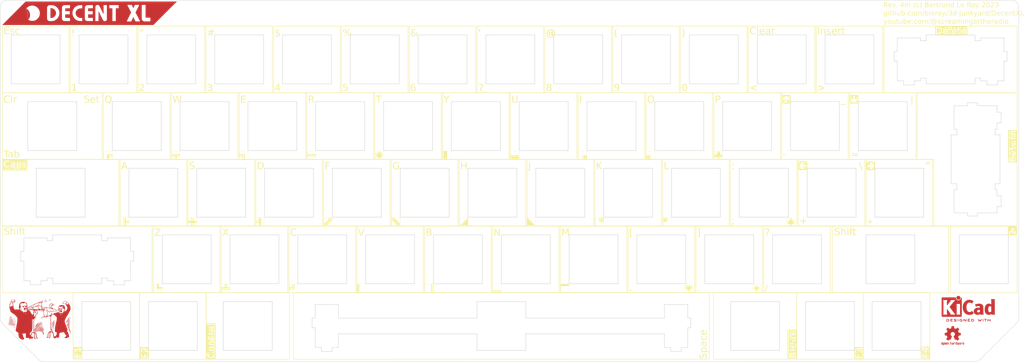
<source format=kicad_pcb>
(kicad_pcb (version 20221018) (generator pcbnew)
  (title_block (title "DecentXL plate") (date "2024-01-04") (rev "4m") (company "Decent Consulting"))
  (layers (0 "F.Cu" signal) (31 "B.Cu" signal) (34 "B.Paste" user) (35 "F.Paste" user) (36 "B.SilkS" user "B.Silkscreen") (37 "F.SilkS" user "F.Silkscreen") (38 "B.Mask" user) (39 "F.Mask" user) (44 "Edge.Cuts" user))
  (net 0 "")
  (footprint "LOGO" (layer "F.Cu") (at 126.597285 84.6636)
    (fp_text reference "G***" hide)
    (fp_text value "LOGO" hide)
  )
  (footprint "DecentXL:MX-1-00U-Hole" (layer "F.Cu") (at 105.507692 95.4)
    (fp_text reference "SWX1" hide)
    (fp_text value "SW_Push_45deg" hide)
    (fp_line (start -7 -7) (end -7 7) (stroke (width 0.12)) (layer "Edge.Cuts"))
    (fp_line (start -7 -7) (end 7 -7) (stroke (width 0.12)) (layer "Edge.Cuts"))
    (fp_line (start -7 7) (end 7 7) (stroke (width 0.12)) (layer "Edge.Cuts"))
    (fp_line (start 7 -7) (end 7 7) (stroke (width 0.12)) (layer "Edge.Cuts"))
  )
  (footprint "DecentXL:MX-1-00U-Hole" (layer "F.Cu") (at 246.550962 57.24)
    (fp_text reference "SWP1" hide)
    (fp_text value "SW_Push_45deg" hide)
    (fp_line (start -7 -7) (end -7 7) (stroke (width 0.12)) (layer "Edge.Cuts"))
    (fp_line (start -7 -7) (end 7 -7) (stroke (width 0.12)) (layer "Edge.Cuts"))
    (fp_line (start -7 7) (end 7 7) (stroke (width 0.12)) (layer "Edge.Cuts"))
    (fp_line (start 7 -7) (end 7 7) (stroke (width 0.12)) (layer "Edge.Cuts"))
  )
  (footprint "DecentXL:MX-1-00U-Hole" (layer "F.Cu") (at 82.153125 114.48)
    (fp_text reference "SWFn2" hide)
    (fp_text value "SW_Push_45deg" hide)
    (fp_line (start -7 -7) (end -7 7) (stroke (width 0.12)) (layer "Edge.Cuts"))
    (fp_line (start -7 -7) (end 7 -7) (stroke (width 0.12)) (layer "Edge.Cuts"))
    (fp_line (start -7 7) (end 7 7) (stroke (width 0.12)) (layer "Edge.Cuts"))
    (fp_line (start 7 -7) (end 7 7) (stroke (width 0.12)) (layer "Edge.Cuts"))
  )
  (footprint "LOGO" (layer "F.Cu") (at 223.679015 84.6636)
    (fp_text reference "G***" hide)
    (fp_text value "LOGO" hide)
  )
  (footprint "DecentXL:MX-1-00U-Hole" (layer "F.Cu") (at 256.442308 38.16)
    (fp_text reference "SWLT1" hide)
    (fp_text value "SW_Push_45deg" hide)
    (fp_line (start -7 -7) (end -7 7) (stroke (width 0.12)) (layer "Edge.Cuts"))
    (fp_line (start -7 -7) (end 7 -7) (stroke (width 0.12)) (layer "Edge.Cuts"))
    (fp_line (start -7 7) (end 7 7) (stroke (width 0.12)) (layer "Edge.Cuts"))
    (fp_line (start 7 -7) (end 7 7) (stroke (width 0.12)) (layer "Edge.Cuts"))
  )
  (footprint "DecentXL:MX-1-00U-Hole" (layer "F.Cu") (at 251.313462 76.32)
    (fp_text reference "SWSemi1" hide)
    (fp_text value "SW_Push_45deg" hide)
    (fp_line (start -7 -7) (end -7 7) (stroke (width 0.12)) (layer "Edge.Cuts"))
    (fp_line (start -7 -7) (end 7 -7) (stroke (width 0.12)) (layer "Edge.Cuts"))
    (fp_line (start -7 7) (end 7 7) (stroke (width 0.12)) (layer "Edge.Cuts"))
    (fp_line (start 7 -7) (end 7 7) (stroke (width 0.12)) (layer "Edge.Cuts"))
  )
  (footprint "DecentXL:MX-1-00U-Hole" (layer "F.Cu") (at 173.648077 76.32)
    (fp_text reference "SWH1" hide)
    (fp_text value "SW_Push_45deg" hide)
    (fp_line (start -7 -7) (end -7 7) (stroke (width 0.12)) (layer "Edge.Cuts"))
    (fp_line (start -7 -7) (end 7 -7) (stroke (width 0.12)) (layer "Edge.Cuts"))
    (fp_line (start -7 7) (end 7 7) (stroke (width 0.12)) (layer "Edge.Cuts"))
    (fp_line (start 7 -7) (end 7 7) (stroke (width 0.12)) (layer "Edge.Cuts"))
  )
  (footprint "DecentXL:MX-1-00U-Hole" (layer "F.Cu") (at 124.924038 95.4)
    (fp_text reference "SWC1" hide)
    (fp_text value "SW_Push_45deg" hide)
    (fp_line (start -7 -7) (end -7 7) (stroke (width 0.12)) (layer "Edge.Cuts"))
    (fp_line (start -7 -7) (end 7 -7) (stroke (width 0.12)) (layer "Edge.Cuts"))
    (fp_line (start -7 7) (end 7 7) (stroke (width 0.12)) (layer "Edge.Cuts"))
    (fp_line (start 7 -7) (end 7 7) (stroke (width 0.12)) (layer "Edge.Cuts"))
  )
  (footprint "Symbol:OSHW-Logo2_7.3x6mm_Copper" (layer "F.Cu") (at 305.42 117.28)
    (fp_text reference "REF**" hide)
    (fp_text value "OSHW-Logo2_7.3x6mm_Copper" hide)
  )
  (footprint "DecentXL:MX-1-00U-Hole" (layer "F.Cu") (at 86.091346 95.4)
    (fp_text reference "SWZ1" hide)
    (fp_text value "SW_Push_45deg" hide)
    (fp_line (start -7 -7) (end -7 7) (stroke (width 0.12)) (layer "Edge.Cuts"))
    (fp_line (start -7 -7) (end 7 -7) (stroke (width 0.12)) (layer "Edge.Cuts"))
    (fp_line (start -7 7) (end 7 7) (stroke (width 0.12)) (layer "Edge.Cuts"))
    (fp_line (start 7 -7) (end 7 7) (stroke (width 0.12)) (layer "Edge.Cuts"))
  )
  (footprint "DecentXL:MX-1-00U-Hole" (layer "F.Cu") (at 260.838462 95.4)
    (fp_text reference "SWSlash1" hide)
    (fp_text value "SW_Push_45deg" hide)
    (fp_line (start -7 -7) (end -7 7) (stroke (width 0.12)) (layer "Edge.Cuts"))
    (fp_line (start -7 -7) (end 7 -7) (stroke (width 0.12)) (layer "Edge.Cuts"))
    (fp_line (start -7 7) (end 7 7) (stroke (width 0.12)) (layer "Edge.Cuts"))
    (fp_line (start 7 -7) (end 7 7) (stroke (width 0.12)) (layer "Edge.Cuts"))
  )
  (footprint "LOGO" (layer "F.Cu") (at 82.964592 65.6136)
    (fp_text reference "G***" hide)
    (fp_text value "LOGO" hide)
  )
  (footprint "DecentXL:MX-1-00U-Hole" (layer "F.Cu") (at 193.064423 76.32)
    (fp_text reference "SWJ1" hide)
    (fp_text value "SW_Push_45deg" hide)
    (fp_line (start -7 -7) (end -7 7) (stroke (width 0.12)) (layer "Edge.Cuts"))
    (fp_line (start -7 -7) (end 7 -7) (stroke (width 0.12)) (layer "Edge.Cuts"))
    (fp_line (start -7 7) (end 7 7) (stroke (width 0.12)) (layer "Edge.Cuts"))
    (fp_line (start 7 -7) (end 7 7) (stroke (width 0.12)) (layer "Edge.Cuts"))
  )
  (footprint "DecentXL:MX-1-00U-Hole" (layer "F.Cu") (at 314.325 95.4)
    (fp_text reference "SWInv1" hide)
    (fp_text value "SW_Push_45deg" hide)
    (fp_line (start -7 -7) (end -7 7) (stroke (width 0.12)) (layer "Edge.Cuts"))
    (fp_line (start -7 -7) (end 7 -7) (stroke (width 0.12)) (layer "Edge.Cuts"))
    (fp_line (start -7 7) (end 7 7) (stroke (width 0.12)) (layer "Edge.Cuts"))
    (fp_line (start 7 -7) (end 7 7) (stroke (width 0.12)) (layer "Edge.Cuts"))
  )
  (footprint "DecentXL:MX-1-00U-Hole" (layer "F.Cu") (at 265.967308 57.24)
    (fp_text reference "SWDash1" hide)
    (fp_text value "SW_Push_45deg" hide)
    (fp_line (start -7 -7) (end -7 7) (stroke (width 0.12)) (layer "Edge.Cuts"))
    (fp_line (start -7 -7) (end 7 -7) (stroke (width 0.12)) (layer "Edge.Cuts"))
    (fp_line (start -7 7) (end 7 7) (stroke (width 0.12)) (layer "Edge.Cuts"))
    (fp_line (start 7 -7) (end 7 7) (stroke (width 0.12)) (layer "Edge.Cuts"))
  )
  (footprint "DecentXL:MX-ISO-RETURN-Hole" (layer "F.Cu") (at 311.94375 66.78)
    (fp_text reference "SWRet1" hide)
    (fp_text value "SWITCH")
    (fp_line (start -7 -7) (end -5.334 -7) (stroke (width 0.12)) (layer "Edge.Cuts"))
    (fp_line (start -7 7) (end -7 -7) (stroke (width 0.12)) (layer "Edge.Cuts"))
    (fp_line (start -7 7) (end -5.334 7) (stroke (width 0.12)) (layer "Edge.Cuts"))
    (fp_line (start -6.1468 -15.33) (end -2.286 -15.33) (stroke (width 0.12)) (layer "Edge.Cuts"))
    (fp_line (start -6.1468 -8.67) (end -6.1468 -15.33) (stroke (width 0.12)) (layer "Edge.Cuts"))
    (fp_line (start -6.1468 -8.67) (end -5.334 -8.67) (stroke (width 0.12)) (layer "Edge.Cuts"))
    (fp_line (start -6.1468 8.67) (end -6.1468 15.33) (stroke (width 0.12)) (layer "Edge.Cuts"))
    (fp_line (start -6.1468 8.67) (end -5.334 8.67) (stroke (width 0.12)) (layer "Edge.Cuts"))
    (fp_line (start -6.1468 15.33) (end -2.286 15.33) (stroke (width 0.12)) (layer "Edge.Cuts"))
    (fp_line (start -5.334 -8.67) (end -5.334 -7) (stroke (width 0.12)) (layer "Edge.Cuts"))
    (fp_line (start -5.334 8.67) (end -5.334 7) (stroke (width 0.12)) (layer "Edge.Cuts"))
    (fp_line (start -2.286 -16.2164) (end 0.508 -16.2164) (stroke (width 0.12)) (layer "Edge.Cuts"))
    (fp_line (start -2.286 -15.33) (end -2.286 -16.2164) (stroke (width 0.12)) (layer "Edge.Cuts"))
    (fp_line (start -2.286 15.33) (end -2.286 16.2164) (stroke (width 0.12)) (layer "Edge.Cuts"))
    (fp_line (start -2.286 16.2164) (end 0.508 16.2164) (stroke (width 0.12)) (layer "Edge.Cuts"))
    (fp_line (start 0.508 -15.33) (end 0.508 -16.2164) (stroke (width 0.12)) (layer "Edge.Cuts"))
    (fp_line (start 0.508 -15.33) (end 6.1468 -15.33) (stroke (width 0.12)) (layer "Edge.Cuts"))
    (fp_line (start 0.508 15.33) (end 0.508 16.2164) (stroke (width 0.12)) (layer "Edge.Cuts"))
    (fp_line (start 0.508 15.33) (end 6.1468 15.33) (stroke (width 0.12)) (layer "Edge.Cuts"))
    (fp_line (start 5.588 -8.67) (end 5.588 -7) (stroke (width 0.12)) (layer "Edge.Cuts"))
    (fp_line (start 5.588 8.67) (end 5.588 7) (stroke (width 0.12)) (layer "Edge.Cuts"))
    (fp_line (start 6.1468 -13.524) (end 6.1468 -15.33) (stroke (width 0.12)) (layer "Edge.Cuts"))
    (fp_line (start 6.1468 -13.524) (end 7.3152 -13.524) (stroke (width 0.12)) (layer "Edge.Cuts"))
    (fp_line (start 6.1468 -10.476) (end 7.3152 -10.476) (stroke (width 0.12)) (layer "Edge.Cuts"))
    (fp_line (start 6.1468 -8.67) (end 5.588 -8.67) (stroke (width 0.12)) (layer "Edge.Cuts"))
    (fp_line (start 6.1468 -8.67) (end 6.1468 -10.476) (stroke (width 0.12)) (layer "Edge.Cuts"))
    (fp_line (start 6.1468 8.67) (end 5.588 8.67) (stroke (width 0.12)) (layer "Edge.Cuts"))
    (fp_line (start 6.1468 8.67) (end 6.1468 10.476) (stroke (width 0.12)) (layer "Edge.Cuts"))
    (fp_line (start 6.1468 10.476) (end 7.3152 10.476) (stroke (width 0.12)) (layer "Edge.Cuts"))
    (fp_line (start 6.1468 13.524) (end 6.1468 15.33) (stroke (width 0.12)) (layer "Edge.Cuts"))
    (fp_line (start 6.1468 13.524) (end 7.3152 13.524) (stroke (width 0.12)) (layer "Edge.Cuts"))
    (fp_line (start 7 -7) (end 5.588 -7) (stroke (width 0.12)) (layer "Edge.Cuts"))
    (fp_line (start 7 7) (end 5.588 7) (stroke (width 0.12)) (layer "Edge.Cuts"))
    (fp_line (start 7 7) (end 7 -7) (stroke (width 0.12)) (layer "Edge.Cuts"))
    (fp_line (start 7.3152 -10.476) (end 7.3152 -13.524) (stroke (width 0.12)) (layer "Edge.Cuts"))
    (fp_line (start 7.3152 10.476) (end 7.3152 13.524) (stroke (width 0.12)) (layer "Edge.Cuts"))
  )
  (footprint "Symbol:KiCad-Logo2_6mm_Copper" (layer "F.Cu") (at 309.8971 108.830634)
    (fp_text reference "REF**" hide)
    (fp_text value "KiCad-Logo2_6mm_Copper" hide)
  )
  (footprint "LOGO" (layer "F.Cu") (at 281.928054 68.6136 90)
    (fp_text reference "G***" hide)
    (fp_text value "LOGO" hide)
  )
  (footprint "DecentXL:MX-1-75U-Hole" (layer "F.Cu") (at 287.581731 95.4)
    (fp_text reference "SWRightSft1" hide)
    (fp_text value "SW_Push_45deg" hide)
    (fp_line (start -7 -7) (end -7 7) (stroke (width 0.12)) (layer "Edge.Cuts"))
    (fp_line (start -7 -7) (end 7 -7) (stroke (width 0.12)) (layer "Edge.Cuts"))
    (fp_line (start -7 7) (end 7 7) (stroke (width 0.12)) (layer "Edge.Cuts"))
    (fp_line (start 7 -7) (end 7 7) (stroke (width 0.12)) (layer "Edge.Cuts"))
  )
  (footprint "DecentXL:MX-1-00U-Hole" (layer "F.Cu") (at 95.982692 76.32)
    (fp_text reference "SWS1" hide)
    (fp_text value "SW_Push_45deg" hide)
    (fp_line (start -7 -7) (end -7 7) (stroke (width 0.12)) (layer "Edge.Cuts"))
    (fp_line (start -7 -7) (end 7 -7) (stroke (width 0.12)) (layer "Edge.Cuts"))
    (fp_line (start -7 7) (end 7 7) (stroke (width 0.12)) (layer "Edge.Cuts"))
    (fp_line (start 7 -7) (end 7 7) (stroke (width 0.12)) (layer "Edge.Cuts"))
  )
  (footprint "LOGO" (layer "F.Cu") (at 180.046323 65.6136)
    (fp_text reference "G***" hide)
    (fp_text value "LOGO" hide)
  )
  (footprint "LOGO" (layer "F.Cu") (at 136.147285 103.6636)
    (fp_text reference "G***" hide)
    (fp_text value "LOGO" hide)
  )
  (footprint "DecentXL:MX-1-50U-Hole" (layer "F.Cu") (at 47.625 57.24)
    (fp_text reference "SWTab1" hide)
    (fp_text value "SW_Push_45deg")
    (fp_line (start -7 -7) (end -7 7) (stroke (width 0.12)) (layer "Edge.Cuts"))
    (fp_line (start -7 -7) (end 7 -7) (stroke (width 0.12)) (layer "Edge.Cuts"))
    (fp_line (start -7 7) (end 7 7) (stroke (width 0.12)) (layer "Edge.Cuts"))
    (fp_line (start 7 -7) (end 7 7) (stroke (width 0.12)) (layer "Edge.Cuts"))
  )
  (footprint "DecentXL:MX-1-00U-Hole" (layer "F.Cu") (at 101.111538 38.16)
    (fp_text reference "SW3" hide)
    (fp_text value "SW_Push_45deg" hide)
    (fp_line (start -7 -7) (end -7 7) (stroke (width 0.12)) (layer "Edge.Cuts"))
    (fp_line (start -7 -7) (end 7 -7) (stroke (width 0.12)) (layer "Edge.Cuts"))
    (fp_line (start -7 7) (end 7 7) (stroke (width 0.12)) (layer "Edge.Cuts"))
    (fp_line (start 7 -7) (end 7 7) (stroke (width 0.12)) (layer "Edge.Cuts"))
  )
  (footprint "DecentXL:MX-1-00U-Hole" (layer "F.Cu") (at 134.815385 76.32)
    (fp_text reference "SWF1" hide)
    (fp_text value "SW_Push_45deg" hide)
    (fp_line (start -7 -7) (end -7 7) (stroke (width 0.12)) (layer "Edge.Cuts"))
    (fp_line (start -7 -7) (end 7 -7) (stroke (width 0.12)) (layer "Edge.Cuts"))
    (fp_line (start -7 7) (end 7 7) (stroke (width 0.12)) (layer "Edge.Cuts"))
    (fp_line (start 7 -7) (end 7 7) (stroke (width 0.12)) (layer "Edge.Cuts"))
  )
  (footprint "LOGO" (layer "F.Cu") (at 257.761708 49.5636 180)
    (fp_text reference "G***" hide)
    (fp_text value "LOGO" hide)
  )
  (footprint "LOGO" (layer "F.Cu") (at 121.847285 65.6136)
    (fp_text reference "G***" hide)
    (fp_text value "LOGO" hide)
  )
  (footprint "LOGO" (layer "F.Cu") (at 63.598246 65.6136)
    (fp_text reference "G***" hide)
    (fp_text value "LOGO" hide)
  )
  (footprint "DecentXL:MX-1-00U-Hole" (layer "F.Cu") (at 168.885577 57.24)
    (fp_text reference "SWY1" hide)
    (fp_text value "SW_Push_45deg" hide)
    (fp_line (start -7 -7) (end -7 7) (stroke (width 0.12)) (layer "Edge.Cuts"))
    (fp_line (start -7 -7) (end 7 -7) (stroke (width 0.12)) (layer "Edge.Cuts"))
    (fp_line (start -7 7) (end 7 7) (stroke (width 0.12)) (layer "Edge.Cuts"))
    (fp_line (start 7 -7) (end 7 7) (stroke (width 0.12)) (layer "Edge.Cuts"))
  )
  (footprint "LOGO" (layer "F.Cu") (at 238.345362 65.6136)
    (fp_text reference "G***" hide)
    (fp_text value "LOGO" hide)
  )
  (footprint "DecentXL:MX-1-00U-Hole" (layer "F.Cu") (at 130.052885 57.24)
    (fp_text reference "SWR1" hide)
    (fp_text value "SW_Push_45deg" hide)
    (fp_line (start -7 -7) (end -7 7) (stroke (width 0.12)) (layer "Edge.Cuts"))
    (fp_line (start -7 -7) (end 7 -7) (stroke (width 0.12)) (layer "Edge.Cuts"))
    (fp_line (start -7 7) (end 7 7) (stroke (width 0.12)) (layer "Edge.Cuts"))
    (fp_line (start 7 -7) (end 7 7) (stroke (width 0.12)) (layer "Edge.Cuts"))
  )
  (footprint "DecentXL:MX-1-25U-Hole" (layer "F.Cu") (at 103.584375 114.48)
    (fp_text reference "SWCtl1" hide)
    (fp_text value "SW_Push_45deg" hide)
    (fp_line (start -7 -7) (end -7 7) (stroke (width 0.12)) (layer "Edge.Cuts"))
    (fp_line (start -7 -7) (end 7 -7) (stroke (width 0.12)) (layer "Edge.Cuts"))
    (fp_line (start -7 7) (end 7 7) (stroke (width 0.12)) (layer "Edge.Cuts"))
    (fp_line (start 7 -7) (end 7 7) (stroke (width 0.12)) (layer "Edge.Cuts"))
  )
  (footprint "LOGO" (layer "F.Cu") (at 259.095362 84.6636)
    (fp_text reference "G***" hide)
    (fp_text value "LOGO" hide)
  )
  (footprint "LOGO" (layer "F.Cu") (at 249.229015 103.6636)
    (fp_text reference "G***" hide)
    (fp_text value "LOGO" hide)
  )
  (footprint "LOGO" (layer "F.Cu") (at 204.262669 84.6636)
    (fp_text reference "G***" hide)
    (fp_text value "LOGO" hide)
  )
  (footprint "LOGO" (layer "F.Cu") (at 160.629977 65.6136)
    (fp_text reference "G***" hide)
    (fp_text value "LOGO" hide)
  )
  (footprint "DecentXL:MX-1-00U-Hole" (layer "F.Cu") (at 115.399038 76.32)
    (fp_text reference "SWD1" hide)
    (fp_text value "SW_Push_45deg" hide)
    (fp_line (start -7 -7) (end -7 7) (stroke (width 0.12)) (layer "Edge.Cuts"))
    (fp_line (start -7 -7) (end 7 -7) (stroke (width 0.12)) (layer "Edge.Cuts"))
    (fp_line (start -7 7) (end 7 7) (stroke (width 0.12)) (layer "Edge.Cuts"))
    (fp_line (start 7 -7) (end 7 7) (stroke (width 0.12)) (layer "Edge.Cuts"))
  )
  (footprint "DecentXL:MX-1-00U-Hole" (layer "F.Cu") (at 91.220192 57.24)
    (fp_text reference "SWW1" hide)
    (fp_text value "SW_Push_45deg" hide)
    (fp_line (start -7 -7) (end -7 7) (stroke (width 0.12)) (layer "Edge.Cuts"))
    (fp_line (start -7 -7) (end 7 -7) (stroke (width 0.12)) (layer "Edge.Cuts"))
    (fp_line (start -7 7) (end 7 7) (stroke (width 0.12)) (layer "Edge.Cuts"))
    (fp_line (start 7 -7) (end 7 7) (stroke (width 0.12)) (layer "Edge.Cuts"))
  )
  (footprint "LOGO" (layer "F.Cu") (at 184.81 84.59)
    (fp_text reference "G***" hide)
    (fp_text value "LOGO" hide)
  )
  (footprint "LOGO" (layer "F.Cu") (at 174.929977 103.6636)
    (fp_text reference "G***" hide)
    (fp_text value "LOGO" hide)
  )
  (footprint "LOGO" (layer "F.Cu") (at 218.929015 65.6136)
    (fp_text reference "G***" hide)
    (fp_text value "LOGO" hide)
  )
  (footprint "LOGO" (layer "F.Cu") (at 155.513631 103.7136)
    (fp_text reference "G***" hide)
    (fp_text value "LOGO" hide)
  )
  (footprint "DecentXL:MX-1-00U-Hole" (layer "F.Cu") (at 188.301923 57.24)
    (fp_text reference "SWU1" hide)
    (fp_text value "SW_Push_45deg" hide)
    (fp_line (start -7 -7) (end -7 7) (stroke (width 0.12)) (layer "Edge.Cuts"))
    (fp_line (start -7 -7) (end 7 -7) (stroke (width 0.12)) (layer "Edge.Cuts"))
    (fp_line (start -7 7) (end 7 7) (stroke (width 0.12)) (layer "Edge.Cuts"))
    (fp_line (start 7 -7) (end 7 7) (stroke (width 0.12)) (layer "Edge.Cuts"))
  )
  (footprint "DecentXL:MX-1-00U-Hole" (layer "F.Cu") (at 159.360577 38.16)
    (fp_text reference "SW6" hide)
    (fp_text value "SW_Push_45deg" hide)
    (fp_line (start -7 -7) (end -7 7) (stroke (width 0.12)) (layer "Edge.Cuts"))
    (fp_line (start -7 -7) (end 7 -7) (stroke (width 0.12)) (layer "Edge.Cuts"))
    (fp_line (start -7 7) (end 7 7) (stroke (width 0.12)) (layer "Edge.Cuts"))
    (fp_line (start 7 -7) (end 7 7) (stroke (width 0.12)) (layer "Edge.Cuts"))
  )
  (footprint "DecentXL:MX-1-00U-Hole" (layer "F.Cu") (at 227.134615 57.24)
    (fp_text reference "SWO1" hide)
    (fp_text value "SW_Push_45deg" hide)
    (fp_line (start -7 -7) (end -7 7) (stroke (width 0.12)) (layer "Edge.Cuts"))
    (fp_line (start -7 -7) (end 7 -7) (stroke (width 0.12)) (layer "Edge.Cuts"))
    (fp_line (start -7 7) (end 7 7) (stroke (width 0.12)) (layer "Edge.Cuts"))
    (fp_line (start 7 -7) (end 7 7) (stroke (width 0.12)) (layer "Edge.Cuts"))
  )
  (footprint "LOGO" (layer "F.Cu") (at 194.396323 103.6636)
    (fp_text reference "G***" hide)
    (fp_text value "LOGO" hide)
  )
  (footprint "DecentXL:MX-1-00U-Hole" (layer "F.Cu") (at 42.8625 38.16)
    (fp_text reference "SWEsc1" hide)
    (fp_text value "SW_Push_45deg")
    (fp_line (start -7 -7) (end -7 7) (stroke (width 0.12)) (layer "Edge.Cuts"))
    (fp_line (start -7 -7) (end 7 -7) (stroke (width 0.12)) (layer "Edge.Cuts"))
    (fp_line (start -7 7) (end 7 7) (stroke (width 0.12)) (layer "Edge.Cuts"))
    (fp_line (start 7 -7) (end 7 7) (stroke (width 0.12)) (layer "Edge.Cuts"))
  )
  (footprint "DecentXL:MX-1-00U-Hole" (layer "F.Cu") (at 270.729808 76.32)
    (fp_text reference "SWPlus1" hide)
    (fp_text value "SW_Push_45deg" hide)
    (fp_line (start -7 -7) (end -7 7) (stroke (width 0.12)) (layer "Edge.Cuts"))
    (fp_line (start -7 -7) (end 7 -7) (stroke (width 0.12)) (layer "Edge.Cuts"))
    (fp_line (start -7 7) (end 7 7) (stroke (width 0.12)) (layer "Edge.Cuts"))
    (fp_line (start 7 -7) (end 7 7) (stroke (width 0.12)) (layer "Edge.Cuts"))
  )
  (footprint "DecentXL:MX-1-00U-Hole" (layer "F.Cu") (at 198.193269 38.16)
    (fp_text reference "SW8" hide)
    (fp_text value "SW_Push_45deg" hide)
    (fp_line (start -7 -7) (end -7 7) (stroke (width 0.12)) (layer "Edge.Cuts"))
    (fp_line (start -7 -7) (end 7 -7) (stroke (width 0.12)) (layer "Edge.Cuts"))
    (fp_line (start -7 7) (end 7 7) (stroke (width 0.12)) (layer "Edge.Cuts"))
    (fp_line (start 7 -7) (end 7 7) (stroke (width 0.12)) (layer "Edge.Cuts"))
  )
  (footprint "DecentXL:MX-1-00U-Hole" (layer "F.Cu") (at 178.776923 38.16)
    (fp_text reference "SW7" hide)
    (fp_text value "SW_Push_45deg" hide)
    (fp_line (start -7 -7) (end -7 7) (stroke (width 0.12)) (layer "Edge.Cuts"))
    (fp_line (start -7 -7) (end 7 -7) (stroke (width 0.12)) (layer "Edge.Cuts"))
    (fp_line (start -7 7) (end 7 7) (stroke (width 0.12)) (layer "Edge.Cuts"))
    (fp_line (start 7 -7) (end 7 7) (stroke (width 0.12)) (layer "Edge.Cuts"))
  )
  (footprint "DecentXL:MX-1-00U-Hole" (layer "F.Cu") (at 71.803846 57.24)
    (fp_text reference "SWQ1" hide)
    (fp_text value "SW_Push_45deg" hide)
    (fp_line (start -7 -7) (end -7 7) (stroke (width 0.12)) (layer "Edge.Cuts"))
    (fp_line (start -7 -7) (end 7 -7) (stroke (width 0.12)) (layer "Edge.Cuts"))
    (fp_line (start -7 7) (end 7 7) (stroke (width 0.12)) (layer "Edge.Cuts"))
    (fp_line (start 7 -7) (end 7 7) (stroke (width 0.12)) (layer "Edge.Cuts"))
  )
  (footprint "DecentXL:MX-1-75U-Hole" (layer "F.Cu") (at 50.00625 76.32)
    (fp_text reference "SWCtlCaps1" hide)
    (fp_text value "SW_Push_45deg" hide)
    (fp_line (start -7 -7) (end -7 7) (stroke (width 0.12)) (layer "Edge.Cuts"))
    (fp_line (start -7 -7) (end 7 -7) (stroke (width 0.12)) (layer "Edge.Cuts"))
    (fp_line (start -7 7) (end 7 7) (stroke (width 0.12)) (layer "Edge.Cuts"))
    (fp_line (start 7 -7) (end 7 7) (stroke (width 0.12)) (layer "Edge.Cuts"))
  )
  (footprint "LOGO" (layer "F.Cu") (at 97.264592 103.7136)
    (fp_text reference "G***" hide)
    (fp_text value "LOGO" hide)
  )
  (footprint "DecentXL:MX-2-25U-Hole" (layer "F.Cu") (at 54.76875 95.4)
    (fp_text reference "SWLeftSft1" hide)
    (fp_text value "SW_Push_45deg" hide)
    (fp_line (start -16.1544 -2.286) (end -16.1544 0.508) (stroke (width 0.12)) (layer "Edge.Cuts"))
    (fp_line (start -15.268 -6.1468) (end -15.268 -2.286) (stroke (width 0.12)) (layer "Edge.Cuts"))
    (fp_line (start -15.268 -2.286) (end -16.1544 -2.286) (stroke (width 0.12)) (layer "Edge.Cuts"))
    (fp_line (start -15.268 0.508) (end -16.1544 0.508) (stroke (width 0.12)) (layer "Edge.Cuts"))
    (fp_line (start -15.268 0.508) (end -15.268 6.1468) (stroke (width 0.12)) (layer "Edge.Cuts"))
    (fp_line (start -13.462 6.1468) (end -15.268 6.1468) (stroke (width 0.12)) (layer "Edge.Cuts"))
    (fp_line (start -13.462 6.1468) (end -13.462 7.3152) (stroke (width 0.12)) (layer "Edge.Cuts"))
    (fp_line (start -10.414 6.1468) (end -10.414 7.3152) (stroke (width 0.12)) (layer "Edge.Cuts"))
    (fp_line (start -10.414 7.3152) (end -13.462 7.3152) (stroke (width 0.12)) (layer "Edge.Cuts"))
    (fp_line (start -8.6132 -6.1468) (end -15.268 -6.1468) (stroke (width 0.12)) (layer "Edge.Cuts"))
    (fp_line (start -8.6132 -6.1468) (end -8.6132 -5.334) (stroke (width 0.12)) (layer "Edge.Cuts"))
    (fp_line (start -8.6132 -5.334) (end -7 -5.334) (stroke (width 0.12)) (layer "Edge.Cuts"))
    (fp_line (start -8.6132 5.3594) (end -7 5.3594) (stroke (width 0.12)) (layer "Edge.Cuts"))
    (fp_line (start -8.6132 6.1468) (end -10.414 6.1468) (stroke (width 0.12)) (layer "Edge.Cuts"))
    (fp_line (start -8.6132 6.1468) (end -8.6132 5.3594) (stroke (width 0.12)) (layer "Edge.Cuts"))
    (fp_line (start -7 -7) (end -7 -5.334) (stroke (width 0.12)) (layer "Edge.Cuts"))
    (fp_line (start -7 -7) (end 7 -7) (stroke (width 0.12)) (layer "Edge.Cuts"))
    (fp_line (start -7 7) (end -7 5.3594) (stroke (width 0.12)) (layer "Edge.Cuts"))
    (fp_line (start -7 7) (end 7 7) (stroke (width 0.12)) (layer "Edge.Cuts"))
    (fp_line (start 7 -7) (end 7 -5.334) (stroke (width 0.12)) (layer "Edge.Cuts"))
    (fp_line (start 7 7) (end 7 5.3594) (stroke (width 0.12)) (layer "Edge.Cuts"))
    (fp_line (start 8.6132 -6.1468) (end 8.6132 -5.334) (stroke (width 0.12)) (layer "Edge.Cuts"))
    (fp_line (start 8.6132 -6.1468) (end 15.268 -6.1468) (stroke (width 0.12)) (layer "Edge.Cuts"))
    (fp_line (start 8.6132 -5.334) (end 7 -5.334) (stroke (width 0.12)) (layer "Edge.Cuts"))
    (fp_line (start 8.6132 5.3594) (end 7 5.3594) (stroke (width 0.12)) (layer "Edge.Cuts"))
    (fp_line (start 8.6132 6.1468) (end 8.6132 5.3594) (stroke (width 0.12)) (layer "Edge.Cuts"))
    (fp_line (start 8.6132 6.1468) (end 10.414 6.1468) (stroke (width 0.12)) (layer "Edge.Cuts"))
    (fp_line (start 10.414 6.1468) (end 10.414 7.3152) (stroke (width 0.12)) (layer "Edge.Cuts"))
    (fp_line (start 10.414 7.3152) (end 13.462 7.3152) (stroke (width 0.12)) (layer "Edge.Cuts"))
    (fp_line (start 13.462 6.1468) (end 13.462 7.3152) (stroke (width 0.12)) (layer "Edge.Cuts"))
    (fp_line (start 13.462 6.1468) (end 15.268 6.1468) (stroke (width 0.12)) (layer "Edge.Cuts"))
    (fp_line (start 15.268 -6.1468) (end 15.268 -2.286) (stroke (width 0.12)) (layer "Edge.Cuts"))
    (fp_line (start 15.268 -2.286) (end 16.1544 -2.286) (stroke (width 0.12)) (layer "Edge.Cuts"))
    (fp_line (start 15.268 0.508) (end 15.268 6.1468) (stroke (width 0.12)) (layer "Edge.Cuts"))
    (fp_line (start 15.268 0.508) (end 16.1544 0.508) (stroke (width 0.12)) (layer "Edge.Cuts"))
    (fp_line (start 16.1544 -2.286) (end 16.1544 0.508) (stroke (width 0.12)) (layer "Edge.Cuts"))
  )
  (footprint "LOGO" (layer "F.Cu") (at 68.348246 84.6136)
    (fp_text reference "G***" hide)
    (fp_text value "LOGO" hide)
  )
  (footprint "DecentXL:MX-1-00U-Hole" (layer "F.Cu") (at 63.103125 114.48)
    (fp_text reference "SWFn1" hide)
    (fp_text value "SW_Push_45deg" hide)
    (fp_line (start -7 -7) (end -7 7) (stroke (width 0.12)) (layer "Edge.Cuts"))
    (fp_line (start -7 -7) (end 7 -7) (stroke (width 0.12)) (layer "Edge.Cuts"))
    (fp_line (start -7 7) (end 7 7) (stroke (width 0.12)) (layer "Edge.Cuts"))
    (fp_line (start 7 -7) (end 7 7) (stroke (width 0.12)) (layer "Edge.Cuts"))
  )
  (footprint "DecentXL:MX-1-00U-Hole" (layer "F.Cu") (at 289.321875 114.48)
    (fp_text reference "SWFn4" hide)
    (fp_text value "SW_Push_45deg" hide)
    (fp_line (start -7 -7) (end -7 7) (stroke (width 0.12)) (layer "Edge.Cuts"))
    (fp_line (start -7 -7) (end 7 -7) (stroke (width 0.12)) (layer "Edge.Cuts"))
    (fp_line (start -7 7) (end 7 7) (stroke (width 0.12)) (layer "Edge.Cuts"))
    (fp_line (start 7 -7) (end 7 7) (stroke (width 0.12)) (layer "Edge.Cuts"))
  )
  (footprint "DecentXL:MX-1-00U-Hole" (layer "F.Cu") (at 217.609615 38.16)
    (fp_text reference "SW9" hide)
    (fp_text value "SW_Push_45deg" hide)
    (fp_line (start -7 -7) (end -7 7) (stroke (width 0.12)) (layer "Edge.Cuts"))
    (fp_line (start -7 -7) (end 7 -7) (stroke (width 0.12)) (layer "Edge.Cuts"))
    (fp_line (start -7 7) (end 7 7) (stroke (width 0.12)) (layer "Edge.Cuts"))
    (fp_line (start 7 -7) (end 7 7) (stroke (width 0.12)) (layer "Edge.Cuts"))
  )
  (footprint "DecentXL:MX-1-00U-Hole" (layer "F.Cu") (at 183.173077 95.4)
    (fp_text reference "SWN1" hide)
    (fp_text value "SW_Push_45deg" hide)
    (fp_line (start -7 -7) (end -7 7) (stroke (width 0.12)) (layer "Edge.Cuts"))
    (fp_line (start -7 -7) (end 7 -7) (stroke (width 0.12)) (layer "Edge.Cuts"))
    (fp_line (start -7 7) (end 7 7) (stroke (width 0.12)) (layer "Edge.Cuts"))
    (fp_line (start 7 -7) (end 7 7) (stroke (width 0.12)) (layer "Edge.Cuts"))
  )
  (footprint "LOGO" (layer "F.Cu") (at 199.462669 65.6136)
    (fp_text reference "G***" hide)
    (fp_text value "LOGO" hide)
  )
  (footprint "LOGO" (layer "F.Cu") (at 277.128054 49.5636)
    (fp_text reference "G***" hide)
    (fp_text value "LOGO" hide)
  )
  (footprint "LOGO" (layer "F.Cu") (at 58.304586 24.925786)
    (fp_text reference "G***" hide)
    (fp_text value "LOGO" hide)
  )
  (footprint "LOGO" (layer "F.Cu") (at 77.848246 103.6636)
    (fp_text reference "G***" hide)
    (fp_text value "LOGO" hide)
  )
  (footprint "DecentXL:MX-1-00U-Hole" (layer "F.Cu") (at 154.231731 76.32)
    (fp_text reference "SWG1" hide)
    (fp_text value "SW_Push_45deg" hide)
    (fp_line (start -7 -7) (end -7 7) (stroke (width 0.12)) (layer "Edge.Cuts"))
    (fp_line (start -7 -7) (end 7 -7) (stroke (width 0.12)) (layer "Edge.Cuts"))
    (fp_line (start -7 7) (end 7 7) (stroke (width 0.12)) (layer "Edge.Cuts"))
    (fp_line (start 7 -7) (end 7 7) (stroke (width 0.12)) (layer "Edge.Cuts"))
  )
  (footprint "DecentXL:MX-1-00U-Hole" (layer "F.Cu") (at 290.146154 76.32)
    (fp_text reference "SWStar1" hide)
    (fp_text value "SW_Push_45deg" hide)
    (fp_line (start -7 -7) (end -7 7) (stroke (width 0.12)) (layer "Edge.Cuts"))
    (fp_line (start -7 -7) (end 7 -7) (stroke (width 0.12)) (layer "Edge.Cuts"))
    (fp_line (start -7 7) (end 7 7) (stroke (width 0.12)) (layer "Edge.Cuts"))
    (fp_line (start 7 -7) (end 7 7) (stroke (width 0.12)) (layer "Edge.Cuts"))
  )
  (footprint "LOGO" (layer "F.Cu") (at 146.013631 84.6136)
    (fp_text reference "G***" hide)
    (fp_text value "LOGO" hide)
  )
  (footprint "DecentXL:MX-1-00U-Hole" (layer "F.Cu") (at 76.566346 76.32)
    (fp_text reference "SWA1" hide)
    (fp_text value "SW_Push_45deg" hide)
    (fp_line (start -7 -7) (end -7 7) (stroke (width 0.12)) (layer "Edge.Cuts"))
    (fp_line (start -7 -7) (end 7 -7) (stroke (width 0.12)) (layer "Edge.Cuts"))
    (fp_line (start -7 7) (end 7 7) (stroke (width 0.12)) (layer "Edge.Cuts"))
    (fp_line (start 7 -7) (end 7 7) (stroke (width 0.12)) (layer "Edge.Cuts"))
  )
  (footprint "DecentXL:MX-1-00U-Hole" (layer "F.Cu") (at 212.480769 76.32)
    (fp_text reference "SWK1" hide)
    (fp_text value "SW_Push_45deg" hide)
    (fp_line (start -7 -7) (end -7 7) (stroke (width 0.12)) (layer "Edge.Cuts"))
    (fp_line (start -7 -7) (end 7 -7) (stroke (width 0.12)) (layer "Edge.Cuts"))
    (fp_line (start -7 7) (end 7 7) (stroke (width 0.12)) (layer "Edge.Cuts"))
    (fp_line (start 7 -7) (end 7 7) (stroke (width 0.12)) (layer "Edge.Cuts"))
  )
  (footprint "DecentXL:MX-1-00U-Hole" (layer "F.Cu") (at 231.897115 76.32)
    (fp_text reference "SWL1" hide)
    (fp_text value "SW_Push_45deg" hide)
    (fp_line (start -7 -7) (end -7 7) (stroke (width 0.12)) (layer "Edge.Cuts"))
    (fp_line (start -7 -7) (end 7 -7) (stroke (width 0.12)) (layer "Edge.Cuts"))
    (fp_line (start -7 7) (end 7 7) (stroke (width 0.12)) (layer "Edge.Cuts"))
    (fp_line (start 7 -7) (end 7 7) (stroke (width 0.12)) (layer "Edge.Cuts"))
  )
  (footprint "DecentXL:MX-1-00U-Hole" (layer "F.Cu") (at 144.340385 95.4)
    (fp_text reference "SWV1" hide)
    (fp_text value "SW_Push_45deg" hide)
    (fp_line (start -7 -7) (end -7 7) (stroke (width 0.12)) (layer "Edge.Cuts"))
    (fp_line (start -7 -7) (end 7 -7) (stroke (width 0.12)) (layer "Edge.Cuts"))
    (fp_line (start -7 7) (end 7 7) (stroke (width 0.12)) (layer "Edge.Cuts"))
    (fp_line (start 7 -7) (end 7 7) (stroke (width 0.12)) (layer "Edge.Cuts"))
  )
  (footprint "DecentXL:MX-1-00U-Hole" (layer "F.Cu") (at 275.858654 38.16)
    (fp_text reference "SWGT1" hide)
    (fp_text value "SW_Push_45deg" hide)
    (fp_line (start -7 -7) (end -7 7) (stroke (width 0.12)) (layer "Edge.Cuts"))
    (fp_line (start -7 -7) (end 7 -7) (stroke (width 0.12)) (layer "Edge.Cuts"))
    (fp_line (start -7 7) (end 7 7) (stroke (width 0.12)) (layer "Edge.Cuts"))
    (fp_line (start 7 -7) (end 7 7) (stroke (width 0.12)) (layer "Edge.Cuts"))
  )
  (footprint "DecentXL:MX-1-00U-Hole" (layer "F.Cu") (at 207.718269 57.24)
    (fp_text reference "SWI1" hide)
    (fp_text value "SW_Push_45deg" hide)
    (fp_line (start -7 -7) (end -7 7) (stroke (width 0.12)) (layer "Edge.Cuts"))
    (fp_line (start -7 -7) (end 7 -7) (stroke (width 0.12)) (layer "Edge.Cuts"))
    (fp_line (start -7 7) (end 7 7) (stroke (width 0.12)) (layer "Edge.Cuts"))
    (fp_line (start 7 -7) (end 7 7) (stroke (width 0.12)) (layer "Edge.Cuts"))
  )
  (footprint "DecentXL:MX-1-00U-Hole" (layer "F.Cu") (at 110.636538 57.24)
    (fp_text reference "SWE1" hide)
    (fp_text value "SW_Push_45deg" hide)
    (fp_line (start -7 -7) (end -7 7) (stroke (width 0.12)) (layer "Edge.Cuts"))
    (fp_line (start -7 -7) (end 7 -7) (stroke (width 0.12)) (layer "Edge.Cuts"))
    (fp_line (start -7 7) (end 7 7) (stroke (width 0.12)) (layer "Edge.Cuts"))
    (fp_line (start 7 -7) (end 7 7) (stroke (width 0.12)) (layer "Edge.Cuts"))
  )
  (footprint "DecentXL:MX-1-00U-Hole" (layer "F.Cu") (at 237.025962 38.16)
    (fp_text reference "SW0" hide)
    (fp_text value "SW_Push_45deg" hide)
    (fp_line (start -7 -7) (end -7 7) (stroke (width 0.12)) (layer "Edge.Cuts"))
    (fp_line (start -7 -7) (end 7 -7) (stroke (width 0.12)) (layer "Edge.Cuts"))
    (fp_line (start -7 7) (end 7 7) (stroke (width 0.12)) (layer "Edge.Cuts"))
    (fp_line (start 7 -7) (end 7 7) (stroke (width 0.12)) (layer "Edge.Cuts"))
  )
  (footprint "DecentXL:MX-6-25U-Hole" (layer "F.Cu") (at 176.2125 114.48)
    (fp_text reference "SWSpc1" hide)
    (fp_text value "SW_Push_45deg" hide)
    (fp_line (start -54.2164 -2.286) (end -54.2164 0.508) (stroke (width 0.12)) (layer "Edge.Cuts"))
    (fp_line (start -53.33 -6.1468) (end -53.33 -2.286) (stroke (width 0.12)) (layer "Edge.Cuts"))
    (fp_line (start -53.33 -2.286) (end -54.2164 -2.286) (stroke (width 0.12)) (layer "Edge.Cuts"))
    (fp_line (start -53.33 0.508) (end -54.2164 0.508) (stroke (width 0.12)) (layer "Edge.Cuts"))
    (fp_line (start -53.33 0.508) (end -53.33 6.1468) (stroke (width 0.12)) (layer "Edge.Cuts"))
    (fp_line (start -51.524 6.1468) (end -53.33 6.1468) (stroke (width 0.12)) (layer "Edge.Cuts"))
    (fp_line (start -51.524 6.1468) (end -51.524 7.3152) (stroke (width 0.12)) (layer "Edge.Cuts"))
    (fp_line (start -48.476 6.1468) (end -48.476 7.3152) (stroke (width 0.12)) (layer "Edge.Cuts"))
    (fp_line (start -48.476 7.3152) (end -51.524 7.3152) (stroke (width 0.12)) (layer "Edge.Cuts"))
    (fp_line (start -46.6726 -6.1468) (end -53.3274 -6.1468) (stroke (width 0.12)) (layer "Edge.Cuts"))
    (fp_line (start -46.6726 -6.1468) (end -46.6726 -2.25) (stroke (width 0.12)) (layer "Edge.Cuts"))
    (fp_line (start -46.6726 -2.25) (end -7 -2.25) (stroke (width 0.12)) (layer "Edge.Cuts"))
    (fp_line (start -46.6726 2.25) (end -7 2.25) (stroke (width 0.12)) (layer "Edge.Cuts"))
    (fp_line (start -46.6726 6.1468) (end -48.4786 6.1468) (stroke (width 0.12)) (layer "Edge.Cuts"))
    (fp_line (start -46.6726 6.1468) (end -46.6726 2.25) (stroke (width 0.12)) (layer "Edge.Cuts"))
    (fp_line (start -7 -7) (end -7 -2.25) (stroke (width 0.12)) (layer "Edge.Cuts"))
    (fp_line (start -7 -7) (end 7 -7) (stroke (width 0.12)) (layer "Edge.Cuts"))
    (fp_line (start -7 7) (end -7 2.25) (stroke (width 0.12)) (layer "Edge.Cuts"))
    (fp_line (start -7 7) (end 7 7) (stroke (width 0.12)) (layer "Edge.Cuts"))
    (fp_line (start 7 -7) (end 7 -2.25) (stroke (width 0.12)) (layer "Edge.Cuts"))
    (fp_line (start 7 7) (end 7 2.25) (stroke (width 0.12)) (layer "Edge.Cuts"))
    (fp_line (start 46.67 -6.1468) (end 46.67 -2.25) (stroke (width 0.12)) (layer "Edge.Cuts"))
    (fp_line (start 46.67 -2.25) (end 7 -2.25) (stroke (width 0.12)) (layer "Edge.Cuts"))
    (fp_line (start 46.67 2.25) (end 7 2.25) (stroke (width 0.12)) (layer "Edge.Cuts"))
    (fp_line (start 46.67 6.1468) (end 46.67 2.25) (stroke (width 0.12)) (layer "Edge.Cuts"))
    (fp_line (start 46.67 6.1468) (end 48.476 6.1468) (stroke (width 0.12)) (layer "Edge.Cuts"))
    (fp_line (start 46.6726 -6.1468) (end 53.3274 -6.1468) (stroke (width 0.12)) (layer "Edge.Cuts"))
    (fp_line (start 48.476 6.1468) (end 48.476 7.3152) (stroke (width 0.12)) (layer "Edge.Cuts"))
    (fp_line (start 48.476 7.3152) (end 51.5214 7.3152) (stroke (width 0.12)) (layer "Edge.Cuts"))
    (fp_line (start 51.5214 6.1468) (end 51.5214 7.3152) (stroke (width 0.12)) (layer "Edge.Cuts"))
    (fp_line (start 51.5214 6.1468) (end 53.3274 6.1468) (stroke (width 0.12)) (layer "Edge.Cuts"))
    (fp_line (start 53.3274 -6.1468) (end 53.3274 -2.286) (stroke (width 0.12)) (layer "Edge.Cuts"))
    (fp_line (start 53.3274 -2.286) (end 54.2138 -2.286) (stroke (width 0.12)) (layer "Edge.Cuts"))
    (fp_line (start 53.3274 0.508) (end 53.3274 6.1468) (stroke (width 0.12)) (layer "Edge.Cuts"))
    (fp_line (start 53.3274 0.508) (end 54.2138 0.508) (stroke (width 0.12)) (layer "Edge.Cuts"))
    (fp_line (start 54.2138 -2.286) (end 54.2138 0.508) (stroke (width 0.12)) (layer "Edge.Cuts"))
  )
  (footprint "DecentXL:MX-1-00U-Hole" (layer "F.Cu") (at 163.756731 95.4)
    (fp_text reference "SWB1" hide)
    (fp_text value "SW_Push_45deg" hide)
    (fp_line (start -7 -7) (end -7 7) (stroke (width 0.12)) (layer "Edge.Cuts"))
    (fp_line (start -7 -7) (end 7 -7) (stroke (width 0.12)) (layer "Edge.Cuts"))
    (fp_line (start -7 7) (end 7 7) (stroke (width 0.12)) (layer "Edge.Cuts"))
    (fp_line (start 7 -7) (end 7 7) (stroke (width 0.12)) (layer "Edge.Cuts"))
  )
  (footprint "MountingHole:MountingHole_2.2mm_M2" (layer "F.Cu") (at 87.1326 24.3678)
    (fp_text reference "REF**" hide)
    (fp_text value "MountingHole_2.2mm_M2" hide)
  )
  (footprint "DecentXL:MX-1-00U-Hole" (layer "F.Cu") (at 241.422115 95.4)
    (fp_text reference "SWPeriod1" hide)
    (fp_text value "SW_Push_45deg" hide)
    (fp_line (start -7 -7) (end -7 7) (stroke (width 0.12)) (layer "Edge.Cuts"))
    (fp_line (start -7 -7) (end 7 -7) (stroke (width 0.12)) (layer "Edge.Cuts"))
    (fp_line (start -7 7) (end 7 7) (stroke (width 0.12)) (layer "Edge.Cuts"))
    (fp_line (start 7 -7) (end 7 7) (stroke (width 0.12)) (layer "Edge.Cuts"))
  )
  (footprint "LOGO" (layer "F.Cu") (at 322.46 87.25)
    (fp_text reference "G***" hide)
    (fp_text value "LOGO" hide)
  )
  (footprint "LOGO" (layer "F.Cu") (at 165.429977 84.6136)
    (fp_text reference "G***" hide)
    (fp_text value "LOGO" hide)
  )
  (footprint "DecentXL:MX-1-00U-Hole" (layer "F.Cu") (at 139.944231 38.16)
    (fp_text reference "SW5" hide)
    (fp_text value "SW_Push_45deg" hide)
    (fp_line (start -7 -7) (end -7 7) (stroke (width 0.12)) (layer "Edge.Cuts"))
    (fp_line (start -7 -7) (end 7 -7) (stroke (width 0.12)) (layer "Edge.Cuts"))
    (fp_line (start -7 7) (end 7 7) (stroke (width 0.12)) (layer "Edge.Cuts"))
    (fp_line (start 7 -7) (end 7 7) (stroke (width 0.12)) (layer "Edge.Cuts"))
  )
  (footprint "DecentXL:MX-1-00U-Hole" (layer "F.Cu") (at 120.527885 38.16)
    (fp_text reference "SW4" hide)
    (fp_text value "SW_Push_45deg" hide)
    (fp_line (start -7 -7) (end -7 7) (stroke (width 0.12)) (layer "Edge.Cuts"))
    (fp_line (start -7 -7) (end 7 -7) (stroke (width 0.12)) (layer "Edge.Cuts"))
    (fp_line (start -7 7) (end 7 7) (stroke (width 0.12)) (layer "Edge.Cuts"))
    (fp_line (start 7 -7) (end 7 7) (stroke (width 0.12)) (layer "Edge.Cuts"))
  )
  (footprint "DecentXL:MX-1-00U-Hole" (layer "F.Cu") (at 81.695192 38.16)
    (fp_text reference "SW2" hide)
    (fp_text value "SW_Push_45deg" hide)
    (fp_line (start -7 -7) (end -7 7) (stroke (width 0.12)) (layer "Edge.Cuts"))
    (fp_line (start -7 -7) (end 7 -7) (stroke (width 0.12)) (layer "Edge.Cuts"))
    (fp_line (start -7 7) (end 7 7) (stroke (width 0.12)) (layer "Edge.Cuts"))
    (fp_line (start 7 -7) (end 7 7) (stroke (width 0.12)) (layer "Edge.Cuts"))
  )
  (footprint "LOGO" (layer "F.Cu") (at 229.812669 103.6636)
    (fp_text reference "G***" hide)
    (fp_text value "LOGO" hide)
  )
  (footprint "LOGO" (layer "F.Cu") (at 262.511708 68.5636 -90)
    (fp_text reference "G***" hide)
    (fp_text value "LOGO" hide)
  )
  (footprint "DecentXL:MX-1-00U-Hole" (layer "F.Cu") (at 62.278846 38.16)
    (fp_text reference "SW1" hide)
    (fp_text value "SW_Push_45deg" hide)
    (fp_line (start -7 -7) (end -7 7) (stroke (width 0.12)) (layer "Edge.Cuts"))
    (fp_line (start -7 -7) (end 7 -7) (stroke (width 0.12)) (layer "Edge.Cuts"))
    (fp_line (start -7 7) (end 7 7) (stroke (width 0.12)) (layer "Edge.Cuts"))
    (fp_line (start 7 -7) (end 7 7) (stroke (width 0.12)) (layer "Edge.Cuts"))
  )
  (footprint "LOGO" (layer "F.Cu") (at 102.430938 65.6136)
    (fp_text reference "G***" hide)
    (fp_text value "LOGO" hide)
  )
  (footprint "Library:ScreamingAtTheRadio" (layer "F.Cu") (at 44 111.537387)
    (fp_text reference "G***" hide)
    (fp_text value "LOGO" hide)
  )
  (footprint "LOGO" (layer "F.Cu") (at 107.130938 84.6136)
    (fp_text reference "G***" hide)
    (fp_text value "LOGO" hide)
  )
  (footprint "LOGO" (layer "F.Cu") (at 141.263631 65.6136)
    (fp_text reference "G***" hide)
    (fp_text value "LOGO" hide)
  )
  (footprint "LOGO" (layer "F.Cu") (at 87.764592 84.6636)
    (fp_text reference "G***" hide)
    (fp_text value "LOGO" hide)
  )
  (footprint "MountingHole:MountingHole_2.2mm_M2" (layer "F.Cu") (at 283.997 24.3678)
    (fp_text reference "REF**" hide)
    (fp_text value "MountingHole_2.2mm_M2" hide)
  )
  (footprint "DecentXL:MX-1-25U-Hole" (layer "F.Cu") (at 248.840625 114.48)
    (fp_text reference "SWBrk1" hide)
    (fp_text value "SW_Push_45deg" hide)
    (fp_line (start -7 -7) (end -7 7) (stroke (width 0.12)) (layer "Edge.Cuts"))
    (fp_line (start -7 -7) (end 7 -7) (stroke (width 0.12)) (layer "Edge.Cuts"))
    (fp_line (start -7 7) (end 7 7) (stroke (width 0.12)) (layer "Edge.Cuts"))
    (fp_line (start 7 -7) (end 7 7) (stroke (width 0.12)) (layer "Edge.Cuts"))
  )
  (footprint "DecentXL:MX-1-00U-Hole" (layer "F.Cu") (at 202.589423 95.4)
    (fp_text reference "SWM1" hide)
    (fp_text value "SW_Push_45deg" hide)
    (fp_line (start -7 -7) (end -7 7) (stroke (width 0.12)) (layer "Edge.Cuts"))
    (fp_line (start -7 -7) (end 7 -7) (stroke (width 0.12)) (layer "Edge.Cuts"))
    (fp_line (start -7 7) (end 7 7) (stroke (width 0.12)) (layer "Edge.Cuts"))
    (fp_line (start 7 -7) (end 7 7) (stroke (width 0.12)) (layer "Edge.Cuts"))
  )
  (footprint "DecentXL:MX-1-00U-Hole" (layer "F.Cu") (at 149.469231 57.24)
    (fp_text reference "SWT1" hide)
    (fp_text value "SW_Push_45deg" hide)
    (fp_line (start -7 -7) (end -7 7) (stroke (width 0.12)) (layer "Edge.Cuts"))
    (fp_line (start -7 -7) (end 7 -7) (stroke (width 0.12)) (layer "Edge.Cuts"))
    (fp_line (start -7 7) (end 7 7) (stroke (width 0.12)) (layer "Edge.Cuts"))
    (fp_line (start 7 -7) (end 7 7) (stroke (width 0.12)) (layer "Edge.Cuts"))
  )
  (footprint "LOGO" (layer "F.Cu") (at 116.680938 103.7136)
    (fp_text reference "G***" hide)
    (fp_text value "LOGO" hide)
  )
  (footprint "DecentXL:MX-2-00U-Hole" (layer "F.Cu") (at 304.8 38.16)
    (fp_text reference "SWBrk2" hide)
    (fp_text value "SW_Push_45deg")
    (fp_line (start -16.1544 -2.286) (end -16.1544 0.508) (stroke (width 0.12)) (layer "Edge.Cuts"))
    (fp_line (start -15.268 -6.1468) (end -15.268 -2.286) (stroke (width 0.12)) (layer "Edge.Cuts"))
    (fp_line (start -15.268 -2.286) (end -16.1544 -2.286) (stroke (width 0.12)) (layer "Edge.Cuts"))
    (fp_line (start -15.268 0.508) (end -16.1544 0.508) (stroke (width 0.12)) (layer "Edge.Cuts"))
    (fp_line (start -15.268 0.508) (end -15.268 6.1468) (stroke (width 0.12)) (layer "Edge.Cuts"))
    (fp_line (start -13.462 6.1468) (end -15.268 6.1468) (stroke (width 0.12)) (layer "Edge.Cuts"))
    (fp_line (start -13.462 6.1468) (end -13.462 7.3152) (stroke (width 0.12)) (layer "Edge.Cuts"))
    (fp_line (start -10.414 6.1468) (end -10.414 7.3152) (stroke (width 0.12)) (layer "Edge.Cuts"))
    (fp_line (start -10.414 7.3152) (end -13.462 7.3152) (stroke (width 0.12)) (layer "Edge.Cuts"))
    (fp_line (start -8.6132 -6.1468) (end -15.268 -6.1468) (stroke (width 0.12)) (layer "Edge.Cuts"))
    (fp_line (start -8.6132 -6.1468) (end -8.6132 -5.334) (stroke (width 0.12)) (layer "Edge.Cuts"))
    (fp_line (start -8.6132 -5.334) (end -7 -5.334) (stroke (width 0.12)) (layer "Edge.Cuts"))
    (fp_line (start -8.6132 5.3594) (end -7 5.3594) (stroke (width 0.12)) (layer "Edge.Cuts"))
    (fp_line (start -8.6132 6.1468) (end -10.414 6.1468) (stroke (width 0.12)) (layer "Edge.Cuts"))
    (fp_line (start -8.6132 6.1468) (end -8.6132 5.3594) (stroke (width 0.12)) (layer "Edge.Cuts"))
    (fp_line (start -7 -7) (end -7 -5.334) (stroke (width 0.12)) (layer "Edge.Cuts"))
    (fp_line (start -7 -7) (end 7 -7) (stroke (width 0.12)) (layer "Edge.Cuts"))
    (fp_line (start -7 7) (end -7 5.3594) (stroke (width 0.12)) (layer "Edge.Cuts"))
    (fp_line (start -7 7) (end 7 7) (stroke (width 0.12)) (layer "Edge.Cuts"))
    (fp_line (start 7 -7) (end 7 -5.334) (stroke (width 0.12)) (layer "Edge.Cuts"))
    (fp_line (start 7 7) (end 7 5.3594) (stroke (width 0.12)) (layer "Edge.Cuts"))
    (fp_line (start 8.6132 -6.1468) (end 8.6132 -5.334) (stroke (width 0.12)) (layer "Edge.Cuts"))
    (fp_line (start 8.6132 -6.1468) (end 15.268 -6.1468) (stroke (width 0.12)) (layer "Edge.Cuts"))
    (fp_line (start 8.6132 -5.334) (end 7 -5.334) (stroke (width 0.12)) (layer "Edge.Cuts"))
    (fp_line (start 8.6132 5.3594) (end 7 5.3594) (stroke (width 0.12)) (layer "Edge.Cuts"))
    (fp_line (start 8.6132 6.1468) (end 8.6132 5.3594) (stroke (width 0.12)) (layer "Edge.Cuts"))
    (fp_line (start 8.6132 6.1468) (end 10.414 6.1468) (stroke (width 0.12)) (layer "Edge.Cuts"))
    (fp_line (start 10.414 6.1468) (end 10.414 7.3152) (stroke (width 0.12)) (layer "Edge.Cuts"))
    (fp_line (start 10.414 7.3152) (end 13.462 7.3152) (stroke (width 0.12)) (layer "Edge.Cuts"))
    (fp_line (start 13.462 6.1468) (end 13.462 7.3152) (stroke (width 0.12)) (layer "Edge.Cuts"))
    (fp_line (start 13.462 6.1468) (end 15.268 6.1468) (stroke (width 0.12)) (layer "Edge.Cuts"))
    (fp_line (start 15.268 -6.1468) (end 15.268 -2.286) (stroke (width 0.12)) (layer "Edge.Cuts"))
    (fp_line (start 15.268 -2.286) (end 16.1544 -2.286) (stroke (width 0.12)) (layer "Edge.Cuts"))
    (fp_line (start 15.268 0.508) (end 15.268 6.1468) (stroke (width 0.12)) (layer "Edge.Cuts"))
    (fp_line (start 15.268 0.508) (end 16.1544 0.508) (stroke (width 0.12)) (layer "Edge.Cuts"))
    (fp_line (start 16.1544 -2.286) (end 16.1544 0.508) (stroke (width 0.12)) (layer "Edge.Cuts"))
  )
  (footprint "DecentXL:MX-1-00U-Hole" (layer "F.Cu") (at 285.383654 57.24)
    (fp_text reference "SWEqual1" hide)
    (fp_text value "SW_Push_45deg" hide)
    (fp_line (start -7 -7) (end -7 7) (stroke (width 0.12)) (layer "Edge.Cuts"))
    (fp_line (start -7 -7) (end 7 -7) (stroke (width 0.12)) (layer "Edge.Cuts"))
    (fp_line (start -7 7) (end 7 7) (stroke (width 0.12)) (layer "Edge.Cuts"))
    (fp_line (start 7 -7) (end 7 7) (stroke (width 0.12)) (layer "Edge.Cuts"))
  )
  (footprint "DecentXL:MX-1-00U-Hole" (layer "F.Cu") (at 270.271875 114.48)
    (fp_text reference "SWFn3" hide)
    (fp_text value "SW_Push_45deg" hide)
    (fp_line (start -7 -7) (end -7 7) (stroke (width 0.12)) (layer "Edge.Cuts"))
    (fp_line (start -7 -7) (end 7 -7) (stroke (width 0.12)) (layer "Edge.Cuts"))
    (fp_line (start -7 7) (end 7 7) (stroke (width 0.12)) (layer "Edge.Cuts"))
    (fp_line (start 7 -7) (end 7 7) (stroke (width 0.12)) (layer "Edge.Cuts"))
  )
  (footprint "DecentXL:MX-1-00U-Hole" (layer "F.Cu") (at 222.005769 95.4)
    (fp_text reference "SWComma1" hide)
    (fp_text value "SW_Push_45deg" hide)
    (fp_line (start -7 -7) (end -7 7) (stroke (width 0.12)) (layer "Edge.Cuts"))
    (fp_line (start -7 -7) (end 7 -7) (stroke (width 0.12)) (layer "Edge.Cuts"))
    (fp_line (start -7 7) (end 7 7) (stroke (width 0.12)) (layer "Edge.Cuts"))
    (fp_line (start 7 -7) (end 7 7) (stroke (width 0.12)) (layer "Edge.Cuts"))
  )
  (gr_arc (start 322.3 21.2) (mid 323.714232 21.785775) (end 324.3 23.2) (stroke (width 0.1)) (layer "Edge.Cuts"))
  (gr_line (start 32.7019 112.25) (end 32.7019 23.2) (stroke (width 0.1)) (layer "Edge.Cuts"))
  (gr_arc (start 32.7019 23.2) (mid 33.287686 21.785786) (end 34.7019 21.2) (stroke (width 0.1)) (layer "Edge.Cuts"))
  (gr_line (start 33.2877 113.6642) (end 43.73295 124.1142) (stroke (width 0.1)) (layer "Edge.Cuts"))
  (gr_arc (start 324.3 112.2) (mid 324.147742 112.965358) (end 323.7142 113.6142) (stroke (width 0.1)) (layer "Edge.Cuts"))
  (gr_line (start 324.3 112.2) (end 324.3 23.2) (stroke (width 0.1)) (layer "Edge.Cuts"))
  (gr_arc (start 33.2877 113.6642) (mid 32.854159 113.015357) (end 32.7019 112.25) (stroke (width 0.1)) (layer "Edge.Cuts"))
  (gr_arc (start 313.26895 124.0642) (mid 312.620111 124.497739) (end 311.85475 124.65) (stroke (width 0.1)) (layer "Edge.Cuts"))
  (gr_line (start 311.85475 124.65) (end 45.14715 124.7) (stroke (width 0.1)) (layer "Edge.Cuts"))
  (gr_arc (start 45.14715 124.7) (mid 44.381774 124.547775) (end 43.73295 124.1142) (stroke (width 0.1)) (layer "Edge.Cuts"))
  (gr_line (start 323.7142 113.6142) (end 313.26895 124.0642) (stroke (width 0.1)) (layer "Edge.Cuts"))
  (gr_line (start 34.7019 21.2) (end 322.3 21.2) (stroke (width 0.1)) (layer "Edge.Cuts"))
  (gr_text "'" (at 169.531323 29.4986) (layer "F.SilkS") (effects (font (size 2 2) (thickness 0.4) bold) (justify left top)))
  (gr_text "]" (at 232.176515 86.6486) (layer "F.SilkS") (effects (font (size 2 2)) (justify left top)))
  (gr_text "+" (at 261.484208 85.6486) (layer "F.SilkS") (effects (font (size 2 2)) (justify left bottom)))
  (gr_text "Shift" (at 271.450481 86.46) (layer "F.SilkS") (effects (font (size 2 2)) (justify left top)))
  (gr_text "6" (at 150.015577 46.37) (layer "F.SilkS") (effects (font (size 2 2)) (justify left)))
  (gr_text "Y" (at 159.639977 48.5486) (layer "F.SilkS") (effects (font (size 2 2)) (justify left top)))
  (gr_text "Control" (at 93.27515 123.8088 90) (layer "F.SilkS" knockout) (effects (font (size 2 2)) (justify left)))
  (gr_text "/" (at 251.53 102.71) (layer "F.SilkS") (effects (font (size 2 2)) (justify left top)))
  (gr_text "Caps" (at 33.51 68.3) (layer "F.SilkS" knockout) (effects (font (size 2 2)) (justify left)))
  (gr_text "Delete" (at 300.355 30.099) (layer "F.SilkS" knockout) (effects (font (size 2 2)) (justify left)))
  (gr_text "F3" (at 278.723336 123.925786 90) (layer "F.SilkS" knockout) (effects (font (size 2 2)) (justify left)))
  (gr_text "?" (at 251.592862 86.6486) (layer "F.SilkS") (effects (font (size 2 2)) (justify left top)))
  (gr_text "Q" (at 62.558246 48.5486) (layer "F.SilkS") (effects (font (size 2 2)) (justify left top)))
  (gr_text ")" (at 227.780362 29.4986) (layer "F.SilkS") (effects (font (size 2 2)) (justify left top)))
  (gr_text "&" (at 150.114977 29.4986) (layer "F.SilkS") (effects (font (size 2 2)) (justify left top)))
  (gr_text "X" (at 96.262092 86.6486) (layer "F.SilkS") (effects (font (size 2 2)) (justify left top)))
  (gr_text "#" (at 91.865938 29.4986) (layer "F.SilkS") (effects (font (size 2 2)) (justify left top)))
  (gr_text "M" (at 193.343823 86.6486) (layer "F.SilkS") (effects (font (size 2 2)) (justify left top)))
  (gr_text "_" (at 274.771708 48.5486) (layer "F.SilkS") (effects (font (size 2 2)) (justify right top)))
  (gr_text "9" (at 208.364015 46.357975) (layer "F.SilkS") (effects (font (size 2 2)) (justify left)))
  (gr_text "Insert" (at 266.587654 28.956) (layer "F.SilkS") (effects (font (size 2 2)) (justify left top)))
  (gr_text "Tab" (at 33.6169 66.5986) (layer "F.SilkS") (effects (font (size 2 2)) (justify left bottom)))
  (gr_text ">" (at 266.587654 46.355) (layer "F.SilkS") (effects (font (size 2 2) (thickness 0.4) bold) (justify left)))
  (gr_text "5" (at 130.629231 46.38) (layer "F.SilkS") (effects (font (size 2 2)) (justify left)))
  (gr_text ":" (at 242.067862 67.5986) (layer "F.SilkS") (effects (font (size 2 2)) (justify left top)))
  (gr_text "F2" (at 74.25055 123.8342 90) (layer "F.SilkS" knockout) (effects (font (size 2 2)) (justify left)))
  (gr_text "4" (at 111.232885 46.37) (layer "F.SilkS") (effects (font (size 2 2)) (justify left)))
  (gr_text "R" (at 120.807285 48.5486) (layer "F.SilkS") (effects (font (size 2 2)) (justify left top)))
  (gr_text "2" (at 72.350192 46.37) (layer "F.SilkS") (effects (font (size 2 2)) (justify left)))
  (gr_text "Shift" (at 33.69 86.34) (layer "F.SilkS") (effects (font (size 2 2)) (justify left top)))
  (gr_text "|" (at 294.188054 48.5486) (layer "F.SilkS") (effects (font (size 2 2)) (justify right top)))
  (gr_text "B" (at 154.511131 86.6486) (layer "F.SilkS") (effects (font (size 2 2)) (justify left top)))
  (gr_text "G" (at 144.986131 67.5986) (layer "F.SilkS") (effects (font (size 2 2)) (justify left top)))
  (gr_text "Clear" (at 247.196708 28.956) (layer "F.SilkS") (effects (font (size 2 2)) (justify left top)))
  (gr_text "1" (at 53.033246 46.357975) (layer "F.SilkS") (effects (font (size 2 2)) (justify left)))
  (gr_text "7" (at 169.511923 46.36) (layer "F.SilkS") (effects (font (size 2 2)) (justify left)))
  (gr_text "J" (at 183.818823 67.5986) (layer "F.SilkS") (effects (font (size 2 2)) (justify left top)))
  (gr_text "V" (at 135.094785 86.6486) (layer "F.SilkS") (effects (font (size 2 2)) (justify left top)))
  (gr_text ";" (at 242.067862 85.6486) (layer "F.SilkS") (effects (font (size 2 2)) (justify left bottom)))
  (gr_text "W" (at 81.974592 48.5486) (layer "F.SilkS") (effects (font (size 2 2)) (justify left top)))
  (gr_text "Esc" (at 33.6375 28.9) (layer "F.SilkS") (effects (font (size 2 2)) (justify left top)))
  (gr_text "A" (at 67.320746 67.5986) (layer "F.SilkS") (effects (font (size 2 2)) (justify left top)))
  (gr_text "." (at 232.176515 104.6986) (layer "F.SilkS") (effects (font (size 2 2)) (justify left bottom)))
  (gr_text "-" (at 256.721708 66.5986) (layer "F.SilkS") (effects (font (size 2 2)) (justify left bottom)))
  (gr_text "=" (at 276.3 66.5986) (layer "F.SilkS") (effects (font (size 2 2)) (justify left bottom)))
  (gr_text "{dblquote}" (at 72.449592 29.4986) (layer "F.SilkS") (effects (font (size 2 2)) (justify left top)))
  (gr_text "[" (at 212.760169 86.6486) (layer "F.SilkS") (effects (font (size 2 2)) (justify left top)))
  (gr_text "!" (at 53.033246 29.4986) (layer "F.SilkS") (effects (font (size 2 2)) (justify left top)))
  (gr_text "F1" (at 55.14975 123.7834 90) (layer "F.SilkS" knockout) (effects (font (size 2 2)) (justify left)))
  (gr_text "L" (at 222.651515 67.5986) (layer "F.SilkS") (effects (font (size 2 2)) (justify left top)))
  (gr_text "(" (at 208.364015 29.4986) (layer "F.SilkS") (effects (font (size 2 2)) (justify left top)))
  (gr_text "H" (at 164.402477 67.5986) (layer "F.SilkS") (effects (font (size 2 2)) (justify left top)))
  (gr_text "," (at 212.760169 104.6986) (layer "F.SilkS") (effects (font (size 2 2)) (justify left bottom)))
  (gr_text "C" (at 115.678438 86.6486) (layer "F.SilkS") (effects (font (size 2 2)) (justify left top)))
  (gr_text "D" (at 106.153438 67.5986) (layer "F.SilkS") (effects (font (size 2 2)) (justify left top)))
  (gr_text "^" (at 297.51 69.88) (layer "F.SilkS") (effects (font (size 2 2)) (justify left bottom)))
  (gr_text "8" (at 188.947669 46.357975) (layer "F.SilkS") (effects (font (size 2 2)) (justify left)))
  (gr_text "F4" (at 297.723336 123.825786 90) (layer "F.SilkS" knockout) (effects (font (size 2 2)) (justify left)))
  (gr_text "Rev. 4m (c) Bertrand Le Roy 2023\ngithub.com/bleroy/3d-junkyard/DecentXL\nyoutube.com/@screamingattheradio" (at 285.56 25) (layer "F.SilkS") (effects (font (size 1.4 1.4)) (justify left)))
  (gr_text "3" (at 91.865938 46.357975) (layer "F.SilkS") (effects (font (size 2 2)) (justify left)))
  (gr_text "Space" (at 234.10875 124.005 90) (layer "F.SilkS") (effects (font (size 2 2)) (justify left)))
  (gr_text "Return" (at 322.7 67.6816 90) (layer "F.SilkS" knockout) (effects (font (size 2 2)) (justify left)))
  (gr_text "K" (at 203.235169 67.5986) (layer "F.SilkS") (effects (font (size 2 2)) (justify left top)))
  (gr_text "I" (at 198.472669 48.5486) (layer "F.SilkS") (effects (font (size 2 2)) (justify left top)))
  (gr_text "@" (at 188.947669 29.4986) (layer "F.SilkS") (effects (font (size 2 2) (thickness 0.4) bold) (justify left top)))
  (gr_text "Break" (at 259.623336 123.825786 90) (layer "F.SilkS" knockout) (effects (font (size 2 2)) (justify left)))
  (gr_text "\\" (at 279.534208 67.5986) (layer "F.SilkS") (effects (font (size 2 2)) (justify right top)))
  (gr_text "$" (at 111.282285 29.4986) (layer "F.SilkS") (effects (font (size 2 2)) (justify left top)))
  (gr_text "Z" (at 76.845746 86.6486) (layer "F.SilkS") (effects (font (size 2 2)) (justify left top)))
  (gr_text "Clr" (at 33.6169 48.5486) (layer "F.SilkS") (effects (font (size 2 2)) (justify left top)))
  (gr_text "S" (at 86.737092 67.5986) (layer "F.SilkS") (effects (font (size 2 2)) (justify left top)))
  (gr_text "P" (at 237.305362 48.5486) (layer "F.SilkS") (effects (font (size 2 2)) (justify left top)))
  (gr_text "*" (at 280.83 86.43) (layer "F.SilkS") (effects (font (size 2 2)) (justify left bottom)))
  (gr_text "E" (at 101.390938 48.5486) (layer "F.SilkS") (effects (font (size 2 2)) (justify left top)))
  (gr_text "F" (at 125.569785 67.5986) (layer "F.SilkS") (effects (font (size 2 2)) (justify left top)))
  (gr_text "U" (at 179.056323 48.5486) (layer "F.SilkS") (effects (font (size 2 2)) (justify left top)))
  (gr_text "%" (at 130.698631 29.4986) (layer "F.SilkS") (effects (font (size 2 2)) (justify left top)))
  (gr_text "<" (at 247.196708 46.357975) (layer "F.SilkS") (effects (font (size 2 2) (thickness 0.4) bold) (justify left)))
  (gr_text "0" (at 227.780362 46.357975) (layer "F.SilkS") (effects (font (size 2 2)) (justify left)))
  (gr_text "O" (at 217.889015 48.5486) (layer "F.SilkS") (effects (font (size 2 2)) (justify left top)))
  (gr_text "Set" (at 61.1919 48.5486) (layer "F.SilkS") (effects (font (size 2 2)) (justify right top)))
  (gr_text "N" (at 173.927477 86.6486) (layer "F.SilkS") (effects (font (size 2 2)) (justify left top)))
  (gr_text "T" (at 140.223631 48.5486) (layer "F.SilkS") (effects (font (size 2 2)) (justify left top)))
)
</source>
